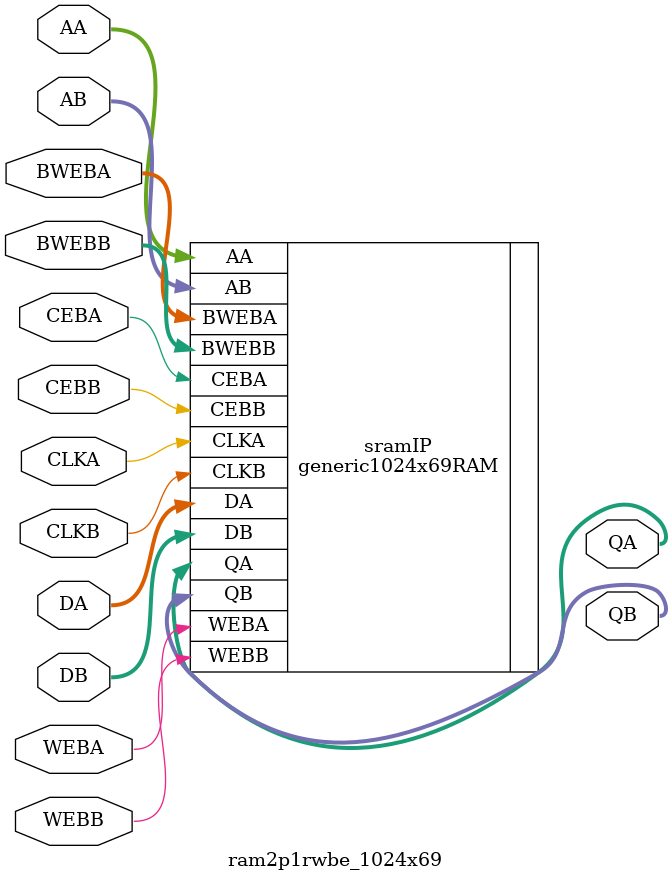
<source format=sv>

module ram2p1rwbe_1024x69( 
  input  logic          CLKA, 
  input  logic          CLKB, 
  input  logic 	        CEBA, 
  input  logic 	        CEBB, 
  input  logic          WEBA,
  input  logic          WEBB,
  input  logic [9:0]    AA, 
  input  logic [9:0]    AB, 
  input  logic [68:0]   DA,
  input  logic [68:0]   DB,
  input  logic [68:0]   BWEBA, 
  input  logic [68:0]   BWEBB, 
  output logic [68:0]   QA,
  output logic [68:0]   QB,
);

   // replace "generic1024x69RAM" with "TSDN..1024X69.." module from your memory vendor
   generic1024x69RAM sramIP (.CLKA, .CLKB, .CEBA, .CEBB, .WEBA, .WEBB, 
			     .AA, .AB, .DA, .DB, .BWEBA, .BWEBB, .QA, .QB);

endmodule

</source>
